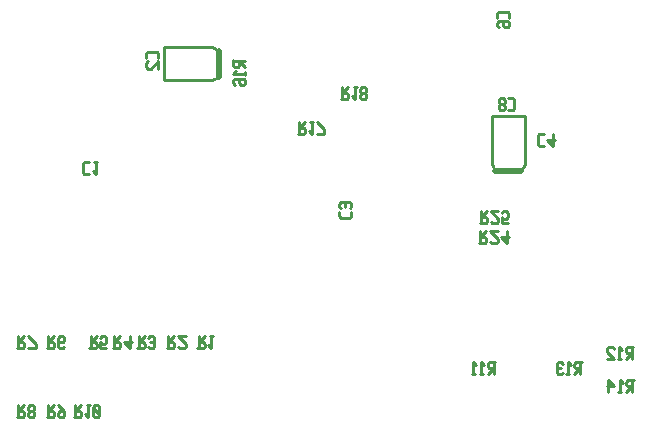
<source format=gbr>
G04 start of page 8 for group -4078 idx -4078 *
G04 Title: (unknown), bottomsilk *
G04 Creator: pcb 20091103 *
G04 CreationDate: Sun 29 Aug 2010 13:54:54 GMT UTC *
G04 For: thomas *
G04 Format: Gerber/RS-274X *
G04 PCB-Dimensions: 600000 500000 *
G04 PCB-Coordinate-Origin: lower left *
%MOIN*%
%FSLAX25Y25*%
%LNBACKSILK*%
%ADD11C,0.0100*%
%ADD14C,0.0200*%
G54D14*X98600Y416500D02*Y407900D01*
G54D11*X96200Y406700D01*
X80400D02*X96200D01*
X80400Y417700D02*Y406700D01*
Y417700D02*X96200D01*
X98600Y416500D01*
G54D14*X190700Y376400D02*X199300D01*
G54D11*X190700D02*X189500Y378800D01*
Y394600D02*Y378800D01*
Y394600D02*X200500D01*
Y378800D01*
X199300Y376400D01*
X138775Y361386D02*Y362886D01*
X139275Y360886D02*X138775Y361386D01*
X139275Y360886D02*X142275D01*
X142775Y361386D01*
Y362886D01*
X142275Y364087D02*X142775Y364587D01*
Y365587D01*
X142275Y366087D01*
X139275D02*X142275D01*
X138775Y365587D02*X139275Y366087D01*
X138775Y364587D02*Y365587D01*
X139275Y364087D02*X138775Y364587D01*
X140775D02*Y366087D01*
X185542Y358937D02*X187542D01*
X188042Y359437D01*
Y360437D01*
X187542Y360937D02*X188042Y360437D01*
X186042Y360937D02*X187542D01*
X186042Y358937D02*Y362937D01*
Y360937D02*X188042Y362937D01*
X189243Y359437D02*X189743Y358937D01*
X191243D01*
X191743Y359437D01*
Y360437D01*
X189243Y362937D02*X191743Y360437D01*
X189243Y362937D02*X191743D01*
X192944Y358937D02*X194944D01*
X192944D02*Y360937D01*
X193444Y360437D01*
X194444D01*
X194944Y360937D01*
Y362437D01*
X194444Y362937D02*X194944Y362437D01*
X193444Y362937D02*X194444D01*
X192944Y362437D02*X193444Y362937D01*
X185291Y352358D02*X187291D01*
X187791Y352858D01*
Y353858D01*
X187291Y354358D02*X187791Y353858D01*
X185791Y354358D02*X187291D01*
X185791Y352358D02*Y356358D01*
Y354358D02*X187791Y356358D01*
X188992Y352858D02*X189492Y352358D01*
X190992D01*
X191492Y352858D01*
Y353858D01*
X188992Y356358D02*X191492Y353858D01*
X188992Y356358D02*X191492D01*
X192693Y354358D02*X194693Y352358D01*
X192693Y354358D02*X195193D01*
X194693Y352358D02*Y356358D01*
X78400Y414200D02*Y415700D01*
X77900Y416200D02*X78400Y415700D01*
X74900Y416200D02*X77900D01*
X74900D02*X74400Y415700D01*
Y414200D02*Y415700D01*
X74900Y412999D02*X74400Y412499D01*
Y410999D02*Y412499D01*
Y410999D02*X74900Y410499D01*
X75900D01*
X78400Y412999D02*X75900Y410499D01*
X78400D02*Y412999D01*
X124850Y388850D02*X126850D01*
X127350Y389350D01*
Y390350D01*
X126850Y390850D02*X127350Y390350D01*
X125350Y390850D02*X126850D01*
X125350Y388850D02*Y392850D01*
Y390850D02*X127350Y392850D01*
X129051D02*X130051D01*
X129551Y388850D02*Y392850D01*
X128551Y389850D02*X129551Y388850D01*
X131252Y392850D02*X133752Y390350D01*
Y388850D02*Y390350D01*
X131252Y388850D02*X133752D01*
X103358Y411591D02*Y413591D01*
Y411591D02*X103858Y411091D01*
X104858D01*
X105358Y411591D02*X104858Y411091D01*
X105358Y411591D02*Y413091D01*
X103358D02*X107358D01*
X105358D02*X107358Y411091D01*
Y408390D02*Y409390D01*
X103358Y408890D02*X107358D01*
X104358Y409890D02*X103358Y408890D01*
Y405689D02*X103858Y405189D01*
X103358Y405689D02*Y406689D01*
X103858Y407189D02*X103358Y406689D01*
X103858Y407189D02*X106858D01*
X107358Y406689D01*
X105358Y405689D02*X105858Y405189D01*
X105358Y405689D02*Y407189D01*
X107358Y405689D02*Y406689D01*
Y405689D02*X106858Y405189D01*
X105858D02*X106858D01*
X53791Y379358D02*X55291D01*
X53291Y378858D02*X53791Y379358D01*
X53291Y375858D02*Y378858D01*
Y375858D02*X53791Y375358D01*
X55291D01*
X56992Y379358D02*X57992D01*
X57492Y375358D02*Y379358D01*
X56492Y376358D02*X57492Y375358D01*
X139291Y400358D02*X141291D01*
X141791Y400858D01*
Y401858D01*
X141291Y402358D02*X141791Y401858D01*
X139791Y402358D02*X141291D01*
X139791Y400358D02*Y404358D01*
Y402358D02*X141791Y404358D01*
X143492D02*X144492D01*
X143992Y400358D02*Y404358D01*
X142992Y401358D02*X143992Y400358D01*
X145693Y403858D02*X146193Y404358D01*
X145693Y402858D02*Y403858D01*
Y402858D02*X146193Y402358D01*
X147193D01*
X147693Y402858D01*
Y403858D01*
X147193Y404358D02*X147693Y403858D01*
X146193Y404358D02*X147193D01*
X145693Y401858D02*X146193Y402358D01*
X145693Y400858D02*Y401858D01*
Y400858D02*X146193Y400358D01*
X147193D01*
X147693Y400858D01*
Y401858D01*
X147193Y402358D02*X147693Y401858D01*
X41291Y294342D02*X43291D01*
X43791Y294842D01*
Y295842D01*
X43291Y296342D02*X43791Y295842D01*
X41791Y296342D02*X43291D01*
X41791Y294342D02*Y298342D01*
Y296342D02*X43791Y298342D01*
X44992D02*X46992Y296342D01*
Y294842D02*Y296342D01*
X46492Y294342D02*X46992Y294842D01*
X45492Y294342D02*X46492D01*
X44992Y294842D02*X45492Y294342D01*
X44992Y294842D02*Y295842D01*
X45492Y296342D01*
X46992D01*
X31291Y294342D02*X33291D01*
X33791Y294842D01*
Y295842D01*
X33291Y296342D02*X33791Y295842D01*
X31791Y296342D02*X33291D01*
X31791Y294342D02*Y298342D01*
Y296342D02*X33791Y298342D01*
X34992Y297842D02*X35492Y298342D01*
X34992Y296842D02*Y297842D01*
Y296842D02*X35492Y296342D01*
X36492D01*
X36992Y296842D01*
Y297842D01*
X36492Y298342D02*X36992Y297842D01*
X35492Y298342D02*X36492D01*
X34992Y295842D02*X35492Y296342D01*
X34992Y294842D02*Y295842D01*
Y294842D02*X35492Y294342D01*
X36492D01*
X36992Y294842D01*
Y295842D01*
X36492Y296342D02*X36992Y295842D01*
X50291Y294342D02*X52291D01*
X52791Y294842D01*
Y295842D01*
X52291Y296342D02*X52791Y295842D01*
X50791Y296342D02*X52291D01*
X50791Y294342D02*Y298342D01*
Y296342D02*X52791Y298342D01*
X54492D02*X55492D01*
X54992Y294342D02*Y298342D01*
X53992Y295342D02*X54992Y294342D01*
X56693Y297842D02*X57193Y298342D01*
X56693Y294842D02*Y297842D01*
Y294842D02*X57193Y294342D01*
X58193D01*
X58693Y294842D01*
Y297842D01*
X58193Y298342D02*X58693Y297842D01*
X57193Y298342D02*X58193D01*
X56693Y297342D02*X58693Y295342D01*
X91409Y317358D02*X93409D01*
X93909Y317858D01*
Y318858D01*
X93409Y319358D02*X93909Y318858D01*
X91909Y319358D02*X93409D01*
X91909Y317358D02*Y321358D01*
Y319358D02*X93909Y321358D01*
X95610D02*X96610D01*
X96110Y317358D02*Y321358D01*
X95110Y318358D02*X96110Y317358D01*
X81291D02*X83291D01*
X83791Y317858D01*
Y318858D01*
X83291Y319358D02*X83791Y318858D01*
X81791Y319358D02*X83291D01*
X81791Y317358D02*Y321358D01*
Y319358D02*X83791Y321358D01*
X84992Y317858D02*X85492Y317358D01*
X86992D01*
X87492Y317858D01*
Y318858D01*
X84992Y321358D02*X87492Y318858D01*
X84992Y321358D02*X87492D01*
X55409Y317358D02*X57409D01*
X57909Y317858D01*
Y318858D01*
X57409Y319358D02*X57909Y318858D01*
X55909Y319358D02*X57409D01*
X55909Y317358D02*Y321358D01*
Y319358D02*X57909Y321358D01*
X59110Y317358D02*X61110D01*
X59110D02*Y319358D01*
X59610Y318858D01*
X60610D01*
X61110Y319358D01*
Y320858D01*
X60610Y321358D02*X61110Y320858D01*
X59610Y321358D02*X60610D01*
X59110Y320858D02*X59610Y321358D01*
X71409Y317358D02*X73409D01*
X73909Y317858D01*
Y318858D01*
X73409Y319358D02*X73909Y318858D01*
X71909Y319358D02*X73409D01*
X71909Y317358D02*Y321358D01*
Y319358D02*X73909Y321358D01*
X75110Y317858D02*X75610Y317358D01*
X76610D01*
X77110Y317858D01*
Y320858D01*
X76610Y321358D02*X77110Y320858D01*
X75610Y321358D02*X76610D01*
X75110Y320858D02*X75610Y321358D01*
Y319358D02*X77110D01*
X63291Y317358D02*X65291D01*
X65791Y317858D01*
Y318858D01*
X65291Y319358D02*X65791Y318858D01*
X63791Y319358D02*X65291D01*
X63791Y317358D02*Y321358D01*
Y319358D02*X65791Y321358D01*
X66992Y319358D02*X68992Y317358D01*
X66992Y319358D02*X69492D01*
X68992Y317358D02*Y321358D01*
X31291Y317342D02*X33291D01*
X33791Y317842D01*
Y318842D01*
X33291Y319342D02*X33791Y318842D01*
X31791Y319342D02*X33291D01*
X31791Y317342D02*Y321342D01*
Y319342D02*X33791Y321342D01*
X34992D02*X37492Y318842D01*
Y317342D02*Y318842D01*
X34992Y317342D02*X37492D01*
X41291Y317358D02*X43291D01*
X43791Y317858D01*
Y318858D01*
X43291Y319358D02*X43791Y318858D01*
X41791Y319358D02*X43291D01*
X41791Y317358D02*Y321358D01*
Y319358D02*X43791Y321358D01*
X46492Y317358D02*X46992Y317858D01*
X45492Y317358D02*X46492D01*
X44992Y317858D02*X45492Y317358D01*
X44992Y317858D02*Y320858D01*
X45492Y321358D01*
X46492Y319358D02*X46992Y319858D01*
X44992Y319358D02*X46492D01*
X45492Y321358D02*X46492D01*
X46992Y320858D01*
Y319858D02*Y320858D01*
X188709Y312642D02*X190709D01*
X188709D02*X188209Y312142D01*
Y311142D02*Y312142D01*
X188709Y310642D02*X188209Y311142D01*
X188709Y310642D02*X190209D01*
Y308642D02*Y312642D01*
Y310642D02*X188209Y308642D01*
X185508D02*X186508D01*
X186008D02*Y312642D01*
X187008Y311642D02*X186008Y312642D01*
X182807Y308642D02*X183807D01*
X183307D02*Y312642D01*
X184307Y311642D02*X183307Y312642D01*
X234709Y317642D02*X236709D01*
X234709D02*X234209Y317142D01*
Y316142D02*Y317142D01*
X234709Y315642D02*X234209Y316142D01*
X234709Y315642D02*X236209D01*
Y313642D02*Y317642D01*
Y315642D02*X234209Y313642D01*
X231508D02*X232508D01*
X232008D02*Y317642D01*
X233008Y316642D02*X232008Y317642D01*
X230307Y317142D02*X229807Y317642D01*
X228307D02*X229807D01*
X228307D02*X227807Y317142D01*
Y316142D02*Y317142D01*
X230307Y313642D02*X227807Y316142D01*
Y313642D02*X230307D01*
X217591Y312658D02*X219591D01*
X217591D02*X217091Y312158D01*
Y311158D02*Y312158D01*
X217591Y310658D02*X217091Y311158D01*
X217591Y310658D02*X219091D01*
Y308658D02*Y312658D01*
Y310658D02*X217091Y308658D01*
X214390D02*X215390D01*
X214890D02*Y312658D01*
X215890Y311658D02*X214890Y312658D01*
X213189Y312158D02*X212689Y312658D01*
X211689D02*X212689D01*
X211689D02*X211189Y312158D01*
Y309158D02*Y312158D01*
X211689Y308658D02*X211189Y309158D01*
X211689Y308658D02*X212689D01*
X213189Y309158D02*X212689Y308658D01*
X211189Y310658D02*X212689D01*
X234827Y306642D02*X236827D01*
X234827D02*X234327Y306142D01*
Y305142D02*Y306142D01*
X234827Y304642D02*X234327Y305142D01*
X234827Y304642D02*X236327D01*
Y302642D02*Y306642D01*
Y304642D02*X234327Y302642D01*
X231626D02*X232626D01*
X232126D02*Y306642D01*
X233126Y305642D02*X232126Y306642D01*
X230425Y304642D02*X228425Y306642D01*
X227925Y304642D02*X230425D01*
X228425Y302642D02*Y306642D01*
X205350Y388850D02*X206850D01*
X204850Y388350D02*X205350Y388850D01*
X204850Y385350D02*Y388350D01*
Y385350D02*X205350Y384850D01*
X206850D01*
X208051Y386850D02*X210051Y384850D01*
X208051Y386850D02*X210551D01*
X210051Y384850D02*Y388850D01*
X195000Y396600D02*X196500D01*
X197000Y397100D02*X196500Y396600D01*
X197000Y397100D02*Y400100D01*
X196500Y400600D01*
X195000D02*X196500D01*
X193799Y397100D02*X193299Y396600D01*
X193799Y397100D02*Y398100D01*
X193299Y398600D01*
X192299D02*X193299D01*
X192299D02*X191799Y398100D01*
Y397100D02*Y398100D01*
X192299Y396600D02*X191799Y397100D01*
X192299Y396600D02*X193299D01*
X193799Y399100D02*X193299Y398600D01*
X193799Y399100D02*Y400100D01*
X193299Y400600D01*
X192299D02*X193299D01*
X192299D02*X191799Y400100D01*
Y399100D02*Y400100D01*
X192299Y398600D02*X191799Y399100D01*
X195342Y427591D02*Y429091D01*
X194842Y429591D02*X195342Y429091D01*
X191842Y429591D02*X194842D01*
X191842D02*X191342Y429091D01*
Y427591D02*Y429091D01*
Y424890D02*X191842Y424390D01*
X191342Y424890D02*Y425890D01*
X191842Y426390D02*X191342Y425890D01*
X191842Y426390D02*X194842D01*
X195342Y425890D01*
X193342Y424890D02*X193842Y424390D01*
X193342Y424890D02*Y426390D01*
X195342Y424890D02*Y425890D01*
Y424890D02*X194842Y424390D01*
X193842D02*X194842D01*
M02*

</source>
